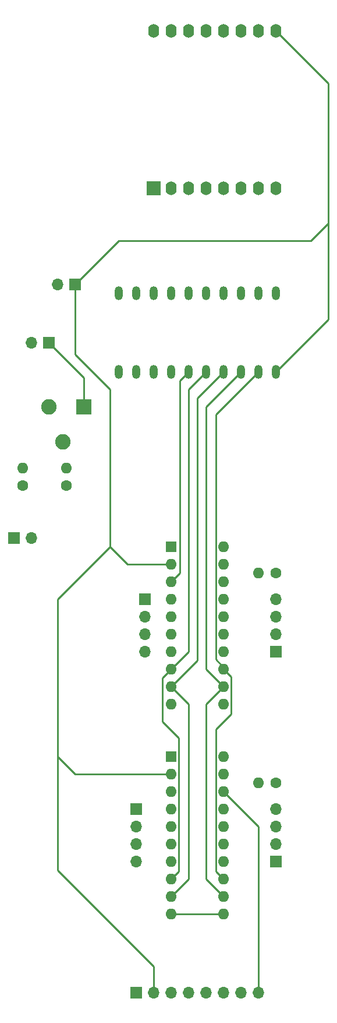
<source format=gbr>
%TF.GenerationSoftware,KiCad,Pcbnew,(5.1.10)-1*%
%TF.CreationDate,2021-11-06T15:15:10-06:00*%
%TF.ProjectId,12v_7-SegmentTriColor_Controller,3132765f-372d-4536-9567-6d656e745472,rev?*%
%TF.SameCoordinates,Original*%
%TF.FileFunction,Copper,L2,Bot*%
%TF.FilePolarity,Positive*%
%FSLAX46Y46*%
G04 Gerber Fmt 4.6, Leading zero omitted, Abs format (unit mm)*
G04 Created by KiCad (PCBNEW (5.1.10)-1) date 2021-11-06 15:15:10*
%MOMM*%
%LPD*%
G01*
G04 APERTURE LIST*
%TA.AperFunction,ComponentPad*%
%ADD10O,1.700000X1.700000*%
%TD*%
%TA.AperFunction,ComponentPad*%
%ADD11R,1.700000X1.700000*%
%TD*%
%TA.AperFunction,ComponentPad*%
%ADD12O,1.200000X2.000000*%
%TD*%
%TA.AperFunction,ComponentPad*%
%ADD13O,1.600000X1.600000*%
%TD*%
%TA.AperFunction,ComponentPad*%
%ADD14C,1.600000*%
%TD*%
%TA.AperFunction,ComponentPad*%
%ADD15C,2.250000*%
%TD*%
%TA.AperFunction,ComponentPad*%
%ADD16R,2.250000X2.250000*%
%TD*%
%TA.AperFunction,ComponentPad*%
%ADD17R,1.600000X1.600000*%
%TD*%
%TA.AperFunction,ComponentPad*%
%ADD18O,1.600000X2.000000*%
%TD*%
%TA.AperFunction,ComponentPad*%
%ADD19R,2.000000X2.000000*%
%TD*%
%TA.AperFunction,Conductor*%
%ADD20C,0.250000*%
%TD*%
G04 APERTURE END LIST*
D10*
%TO.P,UBEC_Buck_12v1,2*%
%TO.N,Net-(12v_0-Pad2)*%
X107950000Y-73230000D03*
D11*
%TO.P,UBEC_Buck_12v1,1*%
%TO.N,Net-(12v_0-Pad1)*%
X110490000Y-73230000D03*
%TD*%
D10*
%TO.P,UBEC_Buck5v1,2*%
%TO.N,Net-(12v_0-Pad2)*%
X111760000Y-64770000D03*
D11*
%TO.P,UBEC_Buck5v1,1*%
%TO.N,Net-(ESP8266_0-Pad9)*%
X114300000Y-64770000D03*
%TD*%
D12*
%TO.P,LevelShifter0,10*%
%TO.N,Net-(ESP8266_0-Pad13)*%
X120650000Y-66040000D03*
%TO.P,LevelShifter0,11*%
%TO.N,Net-(12v_0-Pad2)*%
X120650000Y-77470000D03*
%TO.P,LevelShifter0,9*%
%TO.N,Net-(LevelShifter0-Pad9)*%
X123190000Y-66040000D03*
%TO.P,LevelShifter0,12*%
%TO.N,Net-(LevelShifter0-Pad12)*%
X123190000Y-77470000D03*
%TO.P,LevelShifter0,8*%
%TO.N,Net-(LevelShifter0-Pad8)*%
X125730000Y-66040000D03*
%TO.P,LevelShifter0,13*%
%TO.N,Net-(LevelShifter0-Pad13)*%
X125730000Y-77470000D03*
%TO.P,LevelShifter0,7*%
%TO.N,Net-(LevelShifter0-Pad7)*%
X128270000Y-66040000D03*
%TO.P,LevelShifter0,14*%
%TO.N,Net-(LevelShifter0-Pad14)*%
X128270000Y-77470000D03*
%TO.P,LevelShifter0,6*%
%TO.N,Net-(ESP8266_0-Pad12)*%
X130810000Y-66040000D03*
%TO.P,LevelShifter0,15*%
%TO.N,Net-(LevelShifter0-Pad15)*%
X130810000Y-77470000D03*
%TO.P,LevelShifter0,5*%
%TO.N,Net-(ESP8266_0-Pad4)*%
X133350000Y-66040000D03*
%TO.P,LevelShifter0,16*%
%TO.N,Net-(ExtensionPins0-Pad5)*%
X133350000Y-77470000D03*
%TO.P,LevelShifter0,4*%
%TO.N,Net-(ESP8266_0-Pad5)*%
X135890000Y-66040000D03*
%TO.P,LevelShifter0,17*%
%TO.N,Net-(ExtensionPins0-Pad4)*%
X135890000Y-77470000D03*
%TO.P,LevelShifter0,3*%
%TO.N,Net-(ESP8266_0-Pad6)*%
X138430000Y-66040000D03*
%TO.P,LevelShifter0,18*%
%TO.N,Net-(ExtensionPins0-Pad6)*%
X138430000Y-77470000D03*
%TO.P,LevelShifter0,1*%
%TO.N,Net-(ESP8266_0-Pad7)*%
X140970000Y-66040000D03*
%TO.P,LevelShifter0,20*%
%TO.N,Net-(ExtensionPins0-Pad7)*%
X140970000Y-77470000D03*
%TO.P,LevelShifter0,2*%
%TO.N,Net-(ESP8266_0-Pad8)*%
X143510000Y-66040000D03*
%TO.P,LevelShifter0,19*%
%TO.N,Net-(ESP8266_0-Pad9)*%
X143510000Y-77470000D03*
%TD*%
D10*
%TO.P,12v_To-7-Segment0,2*%
%TO.N,Net-(12v_To-7-Segment0-Pad2)*%
X107950000Y-101600000D03*
D11*
%TO.P,12v_To-7-Segment0,1*%
%TO.N,Net-(12v_To-7-Segment0-Pad1)*%
X105410000Y-101600000D03*
%TD*%
D13*
%TO.P,Res1,2*%
%TO.N,Net-(12v_0-Pad1)*%
X106680000Y-91440000D03*
D14*
%TO.P,Res1,1*%
%TO.N,Net-(12v_To-7-Segment0-Pad1)*%
X106680000Y-93980000D03*
%TD*%
D15*
%TO.P,12v_0,3*%
%TO.N,N/C*%
X112570000Y-87630000D03*
%TO.P,12v_0,2*%
%TO.N,Net-(12v_0-Pad2)*%
X110490000Y-82550000D03*
D16*
%TO.P,12v_0,1*%
%TO.N,Net-(12v_0-Pad1)*%
X115570000Y-82550000D03*
%TD*%
D10*
%TO.P,To_7-Segment_Red1,4*%
%TO.N,Net-(Res2-Pad1)*%
X143510000Y-110490000D03*
%TO.P,To_7-Segment_Red1,3*%
%TO.N,Net-(ShiftRegister0-Pad16)*%
X143510000Y-113030000D03*
%TO.P,To_7-Segment_Red1,2*%
%TO.N,Net-(ShiftRegister0-Pad15)*%
X143510000Y-115570000D03*
D11*
%TO.P,To_7-Segment_Red1,1*%
%TO.N,Net-(ShiftRegister0-Pad14)*%
X143510000Y-118110000D03*
%TD*%
D10*
%TO.P,To_7-Segment_Red0,4*%
%TO.N,Net-(ShiftRegister0-Pad7)*%
X124460000Y-118110000D03*
%TO.P,To_7-Segment_Red0,3*%
%TO.N,Net-(ShiftRegister0-Pad6)*%
X124460000Y-115570000D03*
%TO.P,To_7-Segment_Red0,2*%
%TO.N,Net-(ShiftRegister0-Pad5)*%
X124460000Y-113030000D03*
D11*
%TO.P,To_7-Segment_Red0,1*%
%TO.N,Net-(ShiftRegister0-Pad4)*%
X124460000Y-110490000D03*
%TD*%
D10*
%TO.P,To_7-Segment_Green1,4*%
%TO.N,Net-(Res3-Pad1)*%
X143510000Y-140970000D03*
%TO.P,To_7-Segment_Green1,3*%
%TO.N,Net-(ShiftRegister1-Pad16)*%
X143510000Y-143510000D03*
%TO.P,To_7-Segment_Green1,2*%
%TO.N,Net-(ShiftRegister1-Pad15)*%
X143510000Y-146050000D03*
D11*
%TO.P,To_7-Segment_Green1,1*%
%TO.N,Net-(ShiftRegister1-Pad14)*%
X143510000Y-148590000D03*
%TD*%
D10*
%TO.P,To_7-Segment_Green0,4*%
%TO.N,Net-(ShiftRegister1-Pad7)*%
X123190000Y-148590000D03*
%TO.P,To_7-Segment_Green0,3*%
%TO.N,Net-(ShiftRegister1-Pad6)*%
X123190000Y-146050000D03*
%TO.P,To_7-Segment_Green0,2*%
%TO.N,Net-(ShiftRegister1-Pad5)*%
X123190000Y-143510000D03*
D11*
%TO.P,To_7-Segment_Green0,1*%
%TO.N,Net-(ShiftRegister1-Pad4)*%
X123190000Y-140970000D03*
%TD*%
D13*
%TO.P,ShiftRegister1,20*%
%TO.N,Net-(12v_0-Pad2)*%
X135890000Y-133350000D03*
%TO.P,ShiftRegister1,10*%
X128270000Y-156210000D03*
%TO.P,ShiftRegister1,19*%
X135890000Y-135890000D03*
%TO.P,ShiftRegister1,9*%
%TO.N,Net-(ExtensionPins0-Pad4)*%
X128270000Y-153670000D03*
%TO.P,ShiftRegister1,18*%
%TO.N,Net-(ExtensionPins0-Pad8)*%
X135890000Y-138430000D03*
%TO.P,ShiftRegister1,8*%
%TO.N,Net-(ExtensionPins0-Pad5)*%
X128270000Y-151130000D03*
%TO.P,ShiftRegister1,17*%
%TO.N,Net-(Res3-Pad2)*%
X135890000Y-140970000D03*
%TO.P,ShiftRegister1,7*%
%TO.N,Net-(ShiftRegister1-Pad7)*%
X128270000Y-148590000D03*
%TO.P,ShiftRegister1,16*%
%TO.N,Net-(ShiftRegister1-Pad16)*%
X135890000Y-143510000D03*
%TO.P,ShiftRegister1,6*%
%TO.N,Net-(ShiftRegister1-Pad6)*%
X128270000Y-146050000D03*
%TO.P,ShiftRegister1,15*%
%TO.N,Net-(ShiftRegister1-Pad15)*%
X135890000Y-146050000D03*
%TO.P,ShiftRegister1,5*%
%TO.N,Net-(ShiftRegister1-Pad5)*%
X128270000Y-143510000D03*
%TO.P,ShiftRegister1,14*%
%TO.N,Net-(ShiftRegister1-Pad14)*%
X135890000Y-148590000D03*
%TO.P,ShiftRegister1,4*%
%TO.N,Net-(ShiftRegister1-Pad4)*%
X128270000Y-140970000D03*
%TO.P,ShiftRegister1,13*%
%TO.N,Net-(ExtensionPins0-Pad7)*%
X135890000Y-151130000D03*
%TO.P,ShiftRegister1,3*%
%TO.N,Net-(ShiftRegister0-Pad18)*%
X128270000Y-138430000D03*
%TO.P,ShiftRegister1,12*%
%TO.N,Net-(ExtensionPins0-Pad6)*%
X135890000Y-153670000D03*
%TO.P,ShiftRegister1,2*%
%TO.N,Net-(ESP8266_0-Pad9)*%
X128270000Y-135890000D03*
%TO.P,ShiftRegister1,11*%
%TO.N,Net-(12v_0-Pad2)*%
X135890000Y-156210000D03*
D17*
%TO.P,ShiftRegister1,1*%
X128270000Y-133350000D03*
%TD*%
D13*
%TO.P,ShiftRegister0,20*%
%TO.N,Net-(12v_0-Pad2)*%
X135890000Y-102870000D03*
%TO.P,ShiftRegister0,10*%
X128270000Y-125730000D03*
%TO.P,ShiftRegister0,19*%
X135890000Y-105410000D03*
%TO.P,ShiftRegister0,9*%
%TO.N,Net-(ExtensionPins0-Pad4)*%
X128270000Y-123190000D03*
%TO.P,ShiftRegister0,18*%
%TO.N,Net-(ShiftRegister0-Pad18)*%
X135890000Y-107950000D03*
%TO.P,ShiftRegister0,8*%
%TO.N,Net-(ExtensionPins0-Pad5)*%
X128270000Y-120650000D03*
%TO.P,ShiftRegister0,17*%
%TO.N,Net-(Res2-Pad2)*%
X135890000Y-110490000D03*
%TO.P,ShiftRegister0,7*%
%TO.N,Net-(ShiftRegister0-Pad7)*%
X128270000Y-118110000D03*
%TO.P,ShiftRegister0,16*%
%TO.N,Net-(ShiftRegister0-Pad16)*%
X135890000Y-113030000D03*
%TO.P,ShiftRegister0,6*%
%TO.N,Net-(ShiftRegister0-Pad6)*%
X128270000Y-115570000D03*
%TO.P,ShiftRegister0,15*%
%TO.N,Net-(ShiftRegister0-Pad15)*%
X135890000Y-115570000D03*
%TO.P,ShiftRegister0,5*%
%TO.N,Net-(ShiftRegister0-Pad5)*%
X128270000Y-113030000D03*
%TO.P,ShiftRegister0,14*%
%TO.N,Net-(ShiftRegister0-Pad14)*%
X135890000Y-118110000D03*
%TO.P,ShiftRegister0,4*%
%TO.N,Net-(ShiftRegister0-Pad4)*%
X128270000Y-110490000D03*
%TO.P,ShiftRegister0,13*%
%TO.N,Net-(ExtensionPins0-Pad7)*%
X135890000Y-120650000D03*
%TO.P,ShiftRegister0,3*%
%TO.N,Net-(LevelShifter0-Pad15)*%
X128270000Y-107950000D03*
%TO.P,ShiftRegister0,12*%
%TO.N,Net-(ExtensionPins0-Pad6)*%
X135890000Y-123190000D03*
%TO.P,ShiftRegister0,2*%
%TO.N,Net-(ESP8266_0-Pad9)*%
X128270000Y-105410000D03*
%TO.P,ShiftRegister0,11*%
%TO.N,Net-(12v_0-Pad2)*%
X135890000Y-125730000D03*
D17*
%TO.P,ShiftRegister0,1*%
X128270000Y-102870000D03*
%TD*%
D13*
%TO.P,Res3,2*%
%TO.N,Net-(Res3-Pad2)*%
X140970000Y-137160000D03*
D14*
%TO.P,Res3,1*%
%TO.N,Net-(Res3-Pad1)*%
X143510000Y-137160000D03*
%TD*%
D13*
%TO.P,Res2,2*%
%TO.N,Net-(Res2-Pad2)*%
X140970000Y-106680000D03*
D14*
%TO.P,Res2,1*%
%TO.N,Net-(Res2-Pad1)*%
X143510000Y-106680000D03*
%TD*%
D13*
%TO.P,Res0,2*%
%TO.N,Net-(12v_0-Pad1)*%
X113030000Y-91440000D03*
D14*
%TO.P,Res0,1*%
%TO.N,Net-(12v_To-7-Segment0-Pad2)*%
X113030000Y-93980000D03*
%TD*%
D10*
%TO.P,ExtensionPins0,8*%
%TO.N,Net-(ExtensionPins0-Pad8)*%
X140970000Y-167640000D03*
%TO.P,ExtensionPins0,7*%
%TO.N,Net-(ExtensionPins0-Pad7)*%
X138430000Y-167640000D03*
%TO.P,ExtensionPins0,6*%
%TO.N,Net-(ExtensionPins0-Pad6)*%
X135890000Y-167640000D03*
%TO.P,ExtensionPins0,5*%
%TO.N,Net-(ExtensionPins0-Pad5)*%
X133350000Y-167640000D03*
%TO.P,ExtensionPins0,4*%
%TO.N,Net-(ExtensionPins0-Pad4)*%
X130810000Y-167640000D03*
%TO.P,ExtensionPins0,3*%
%TO.N,Net-(12v_0-Pad2)*%
X128270000Y-167640000D03*
%TO.P,ExtensionPins0,2*%
%TO.N,Net-(ESP8266_0-Pad9)*%
X125730000Y-167640000D03*
D11*
%TO.P,ExtensionPins0,1*%
%TO.N,Net-(12v_0-Pad1)*%
X123190000Y-167640000D03*
%TD*%
D18*
%TO.P,ESP8266_0,16*%
%TO.N,Net-(ESP8266_0-Pad16)*%
X125730000Y-27940000D03*
%TO.P,ESP8266_0,15*%
%TO.N,Net-(ESP8266_0-Pad15)*%
X128270000Y-27940000D03*
%TO.P,ESP8266_0,14*%
%TO.N,Net-(ESP8266_0-Pad14)*%
X130810000Y-27940000D03*
%TO.P,ESP8266_0,13*%
%TO.N,Net-(ESP8266_0-Pad13)*%
X133350000Y-27940000D03*
%TO.P,ESP8266_0,12*%
%TO.N,Net-(ESP8266_0-Pad12)*%
X135890000Y-27940000D03*
%TO.P,ESP8266_0,11*%
%TO.N,Net-(ESP8266_0-Pad11)*%
X138430000Y-27940000D03*
%TO.P,ESP8266_0,10*%
%TO.N,Net-(12v_0-Pad2)*%
X140970000Y-27940000D03*
%TO.P,ESP8266_0,9*%
%TO.N,Net-(ESP8266_0-Pad9)*%
X143510000Y-27940000D03*
%TO.P,ESP8266_0,8*%
%TO.N,Net-(ESP8266_0-Pad8)*%
X143510000Y-50800000D03*
%TO.P,ESP8266_0,7*%
%TO.N,Net-(ESP8266_0-Pad7)*%
X140970000Y-50800000D03*
%TO.P,ESP8266_0,6*%
%TO.N,Net-(ESP8266_0-Pad6)*%
X138430000Y-50800000D03*
%TO.P,ESP8266_0,5*%
%TO.N,Net-(ESP8266_0-Pad5)*%
X135890000Y-50800000D03*
%TO.P,ESP8266_0,4*%
%TO.N,Net-(ESP8266_0-Pad4)*%
X133350000Y-50800000D03*
%TO.P,ESP8266_0,3*%
%TO.N,Net-(ESP8266_0-Pad3)*%
X130810000Y-50800000D03*
D19*
%TO.P,ESP8266_0,1*%
%TO.N,Net-(ESP8266_0-Pad1)*%
X125730000Y-50800000D03*
D18*
%TO.P,ESP8266_0,2*%
%TO.N,Net-(ESP8266_0-Pad2)*%
X128270000Y-50800000D03*
%TD*%
D20*
%TO.N,Net-(12v_0-Pad2)*%
X135890000Y-156210000D02*
X128270000Y-156210000D01*
%TO.N,Net-(12v_0-Pad1)*%
X110490000Y-73230000D02*
X110490000Y-73660000D01*
X115570000Y-78310000D02*
X110490000Y-73230000D01*
X115570000Y-82550000D02*
X115570000Y-78310000D01*
%TO.N,Net-(ESP8266_0-Pad9)*%
X114300000Y-135890000D02*
X128270000Y-135890000D01*
X114300000Y-64770000D02*
X120650000Y-58420000D01*
X114300000Y-74930000D02*
X114300000Y-64770000D01*
X151130000Y-69850000D02*
X143510000Y-77470000D01*
X143510000Y-27940000D02*
X151130000Y-35560000D01*
X148590000Y-58420000D02*
X151130000Y-55880000D01*
X120650000Y-58420000D02*
X148590000Y-58420000D01*
X151130000Y-55880000D02*
X151130000Y-69850000D01*
X151130000Y-35560000D02*
X151130000Y-55880000D01*
X114300000Y-74930000D02*
X119380000Y-80010000D01*
X119380000Y-80010000D02*
X119380000Y-102870000D01*
X119380000Y-102870000D02*
X111760000Y-110490000D01*
X111760000Y-110490000D02*
X111760000Y-133350000D01*
X119380000Y-102870000D02*
X121920000Y-105410000D01*
X121920000Y-105410000D02*
X128270000Y-105410000D01*
X111760000Y-133350000D02*
X111760000Y-149860000D01*
X111760000Y-149860000D02*
X125730000Y-163830000D01*
X125730000Y-163830000D02*
X125730000Y-167640000D01*
X111760000Y-133350000D02*
X114300000Y-135890000D01*
%TO.N,Net-(ExtensionPins0-Pad8)*%
X140970000Y-143510000D02*
X140970000Y-167640000D01*
X135890000Y-138430000D02*
X140970000Y-143510000D01*
%TO.N,Net-(ExtensionPins0-Pad7)*%
X134764999Y-83675001D02*
X134764999Y-119235001D01*
X140970000Y-77470000D02*
X134764999Y-83675001D01*
X135890000Y-120360002D02*
X135890000Y-120650000D01*
X134764999Y-119235001D02*
X135890000Y-120360002D01*
X137015001Y-121775001D02*
X137015001Y-127144999D01*
X135890000Y-120650000D02*
X137015001Y-121775001D01*
X134764999Y-150004999D02*
X135890000Y-151130000D01*
X134764999Y-129395001D02*
X134764999Y-150004999D01*
X137015001Y-127144999D02*
X134764999Y-129395001D01*
%TO.N,Net-(ExtensionPins0-Pad6)*%
X138430000Y-77470000D02*
X133350000Y-82550000D01*
X133350000Y-120650000D02*
X135890000Y-123190000D01*
X133350000Y-82550000D02*
X133350000Y-120650000D01*
X135890000Y-123190000D02*
X133350000Y-125730000D01*
X133350000Y-125730000D02*
X133350000Y-151130000D01*
X133350000Y-151130000D02*
X135890000Y-153670000D01*
%TO.N,Net-(ExtensionPins0-Pad5)*%
X130810000Y-118110000D02*
X128270000Y-120650000D01*
X130810000Y-80010000D02*
X130810000Y-118110000D01*
X133350000Y-77470000D02*
X130810000Y-80010000D01*
X128270000Y-120650000D02*
X127000000Y-121920000D01*
X127000000Y-121920000D02*
X127000000Y-128270000D01*
X129395001Y-150004999D02*
X128270000Y-151130000D01*
X129395001Y-130665001D02*
X129395001Y-150004999D01*
X127000000Y-128270000D02*
X129395001Y-130665001D01*
%TO.N,Net-(ExtensionPins0-Pad4)*%
X135890000Y-77470000D02*
X132080000Y-81280000D01*
X132080000Y-81280000D02*
X132080000Y-119380000D01*
X132080000Y-119380000D02*
X128270000Y-123190000D01*
X128270000Y-123190000D02*
X130810000Y-125730000D01*
X130810000Y-151130000D02*
X128270000Y-153670000D01*
X130810000Y-125730000D02*
X130810000Y-151130000D01*
%TO.N,Net-(LevelShifter0-Pad15)*%
X129540000Y-106680000D02*
X128270000Y-107950000D01*
X129540000Y-78740000D02*
X129540000Y-106680000D01*
X130810000Y-77470000D02*
X129540000Y-78740000D01*
%TD*%
M02*

</source>
